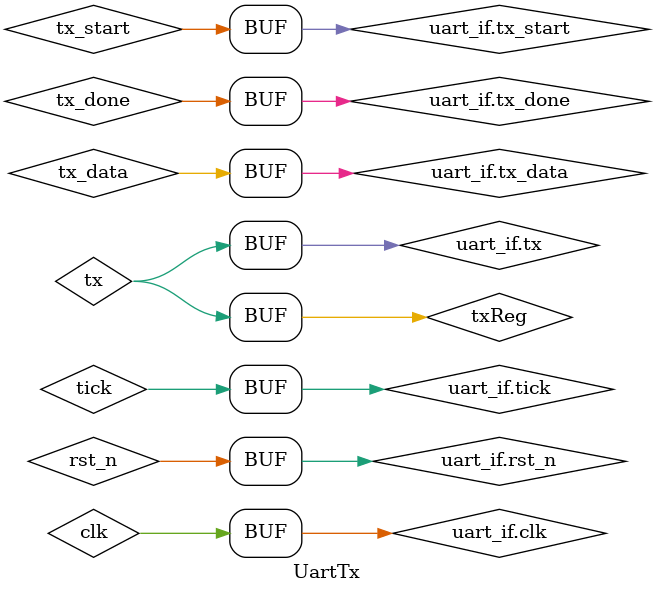
<source format=sv>
module UartTx #(
  parameter DATA_BITS = 8, 
  parameter PAR_TYP   = 0, // 0 -> EVEN , 1 -> ODD.
  parameter SB_TICK   = 16 // equivalent to 1 stop bit since each bit is sampled 16 times.
)(
  uart_tx_if.DUT uart_if
);
  
  localparam int TOTALBITS = DATA_BITS + 1; // Data bits + one parity bit
  //–– Alias interface signals ––
  wire        clk       = uart_if.clk;
  wire        tick      = uart_if.tick;
  wire        rst_n     = uart_if.rst_n;
  wire        tx_start  = uart_if.tx_start;
  wire        tx_data   = uart_if.tx_data ;

  logic       tx_done;
  logic       tx;
  //–– Drive interface outputs ––
  assign uart_if.tx_done  = tx_done;
  assign uart_if.tx       = tx;
  
  
  //------------------------------------------------------------------------
  //-- FSM states & local signals
  //------------------------------------------------------------------------

  typedef enum logic [2:0] {IDLE, START, DATA, STOP} state_e;
  state_e state, next_state;

  logic [TOTALBITS-1:0]         shiftReg , next_shiftReg;
  logic [3:0]                   tickCnt, next_tickCnt;  // Enough bits to count ticks per bit, which are 16 ticks (0 -> 15)
  logic [$clog2(TOTALBITS):0]   shiftedBitsCnt, next_shiftedBitsCnt;  // Count of bits received
  logic                         txReg , next_txReg;
  logic                         parity;

  // Simplified sequential logic for state transition and data processing
  always_ff @(posedge clk or negedge rst_n) begin
    if (!rst_n) begin
      state <= IDLE;
      tickCnt <= '0;
      shiftedBitsCnt <= '0;
      shiftReg <= '0;
      txReg <= 0;
    end else begin
      state <= next_state;
      tickCnt <= next_tickCnt;
      shiftedBitsCnt <= next_shiftedBitsCnt;
      shiftReg <= next_shiftReg;
      txReg <= next_txReg;
    end
  end

  
  // Combinational: next_state, outputs, control flags and next register values
  always_comb begin
    // defaults - maintain current values
    next_state = state;
    next_tickCnt = tickCnt;
    next_shiftedBitsCnt = shiftedBitsCnt;
    next_shiftReg = shiftReg;
    tx_done = 1'b0;

    case (state)

      //----------- wait for start (line idle=1, start=0) -----------
      IDLE: begin
        next_txReg = '1;
        if (tx_start) begin
          next_tickCnt = '0;
          next_shiftReg = tx_data;
          next_state = START;
        end
      end
    
      //----------- START: sample at mid-bit -----------
      START: begin
        next_txReg = '0;
        if (tick) begin
            if (tickCnt == 15) begin // keep start bit held for 16 ticks
              next_tickCnt = '0;
              next_shiftedBitsCnt = '0;
              next_state = DATA;
            end else 
              next_tickCnt = tickCnt + 1'b1;
        end
      end
      

      //----------- DATA: shift N bits -----------
      DATA: begin
        next_txReg = shiftReg[0];
        if (tick) begin
          if (tickCnt == 15) begin
            // shift when we are sending data bits then after that, send parity bit
            next_tickCnt = '0; 
            parity = (^shiftReg) ^ PAR_TYP; // XOR all bits in shiftReg then XOR with PAR_TYP
            next_shiftReg = (shiftedBitsCnt == TOTALBITS - 1) 
            ? { {DATA_BITS{1'b0}} , parity } 
            : { 1'b0 , shiftReg[TOTALBITS-1:1] };

            if (shiftedBitsCnt == TOTALBITS - 1)
              next_state = STOP;
            else
              next_shiftedBitsCnt = shiftedBitsCnt + 1'b1;

          end else 
            next_tickCnt = tickCnt + 1'b1;
      end
    end
      
     
      //----------- STOP: sample stop bit -----------
      STOP: begin
        next_txReg = '1;
        if(tick) begin
          
            if (tickCnt == SB_TICK - 1) begin
              tx_done = 1'b1;
              next_state = IDLE;
            end else 
              next_tickCnt = tickCnt + 1'b1;
            
        end
    end
  
      
      default: begin // Default to IDLE state in case of unexpected state
        next_state = IDLE;
        next_tickCnt = '0;
        next_shiftedBitsCnt = '0;
      end

    endcase
  end

 // Final data output assignment
assign tx = txReg;

endmodule

</source>
